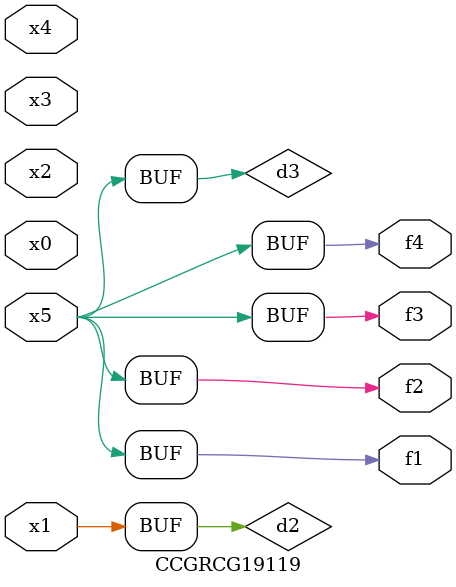
<source format=v>
module CCGRCG19119(
	input x0, x1, x2, x3, x4, x5,
	output f1, f2, f3, f4
);

	wire d1, d2, d3;

	not (d1, x5);
	or (d2, x1);
	xnor (d3, d1);
	assign f1 = d3;
	assign f2 = d3;
	assign f3 = d3;
	assign f4 = d3;
endmodule

</source>
